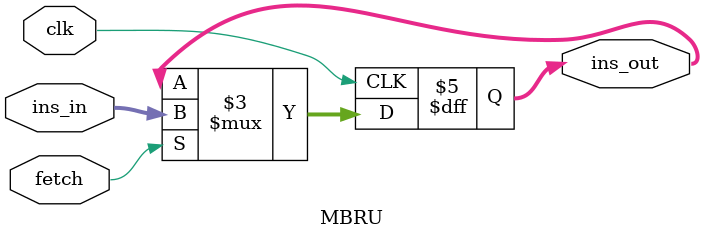
<source format=v>
`timescale 1ns / 1ps
module MBRU(clk, fetch, ins_in, ins_out);

input clk, fetch;
input [7:0] ins_in;
output [7:0] ins_out;
reg [7:0] ins_out = 8'b0;

always@(posedge clk)
	begin
		if(fetch) ins_out <= ins_in;
	end
	
endmodule

</source>
